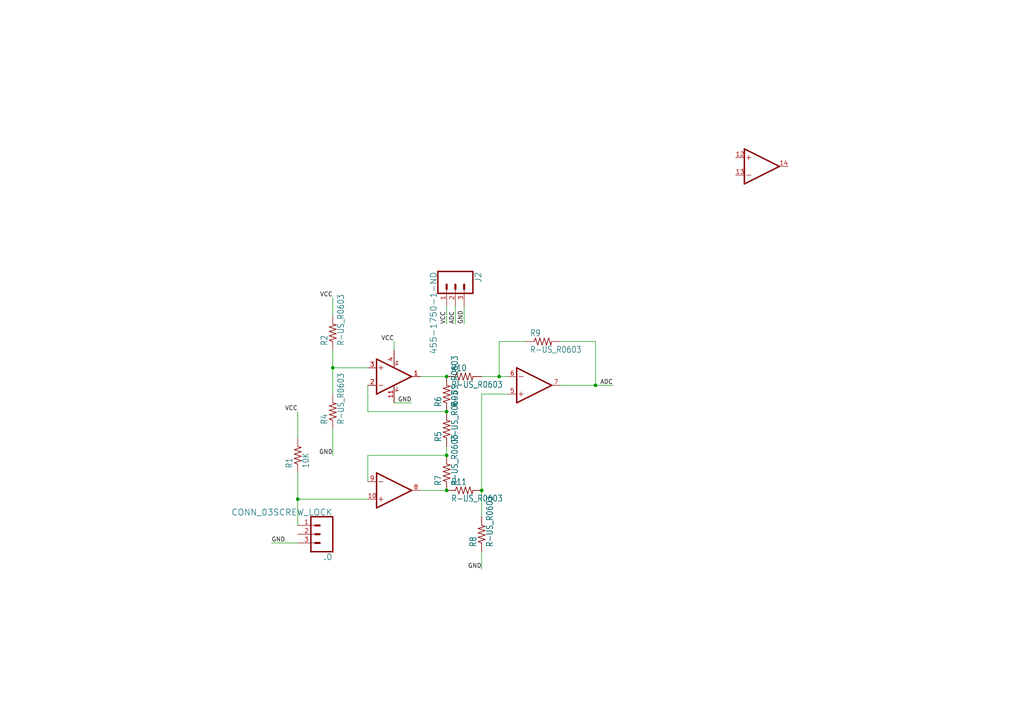
<source format=kicad_sch>
(kicad_sch (version 20220622) (generator eeschema)
  (paper "A4")
  (lib_symbols
    (symbol "Temp Sensor B-eagle-import:CONN_03"
      (property "Reference" "J" (at -2.54 5.588 0))
      (property "Value" "CONN_03" (at -2.54 -7.366 0))
      (symbol "CONN_03_1_0"
        (polyline (pts (xy -2.54 5.08) (xy -2.54 -5.08)) (stroke (width 0.4064)))
        (polyline (pts (xy -2.54 5.08) (xy 3.81 5.08)) (stroke (width 0.4064)))
        (polyline (pts (xy 1.27 -2.54) (xy 2.54 -2.54)) (stroke (width 0.6096)))
        (polyline (pts (xy 1.27 0) (xy 2.54 0)) (stroke (width 0.6096)))
        (polyline (pts (xy 1.27 2.54) (xy 2.54 2.54)) (stroke (width 0.6096)))
        (polyline (pts (xy 3.81 -5.08) (xy -2.54 -5.08)) (stroke (width 0.4064)))
        (polyline (pts (xy 3.81 -5.08) (xy 3.81 5.08)) (stroke (width 0.4064)))
        (pin passive line (at 7.62 -2.54 180) (length 5.08) (name "1") (number "1"))
        (pin passive line (at 7.62 0 180) (length 5.08) (name "2") (number "2"))
        (pin passive line (at 7.62 2.54 180) (length 5.08) (name "3") (number "3"))
      )
    )
    (symbol "Temp Sensor B-eagle-import:CONN_03SCREW_LOCK"
      (property "Reference" "J" (at -2.54 5.588 0))
      (property "Value" "CONN_03SCREW_LOCK" (at -2.54 -7.366 0))
      (symbol "CONN_03SCREW_LOCK_1_0"
        (polyline (pts (xy -2.54 5.08) (xy -2.54 -5.08)) (stroke (width 0.4064)))
        (polyline (pts (xy -2.54 5.08) (xy 3.81 5.08)) (stroke (width 0.4064)))
        (polyline (pts (xy 1.27 -2.54) (xy 2.54 -2.54)) (stroke (width 0.6096)))
        (polyline (pts (xy 1.27 0) (xy 2.54 0)) (stroke (width 0.6096)))
        (polyline (pts (xy 1.27 2.54) (xy 2.54 2.54)) (stroke (width 0.6096)))
        (polyline (pts (xy 3.81 -5.08) (xy -2.54 -5.08)) (stroke (width 0.4064)))
        (polyline (pts (xy 3.81 -5.08) (xy 3.81 5.08)) (stroke (width 0.4064)))
        (pin passive line (at 7.62 -2.54 180) (length 5.08) (name "1") (number "1"))
        (pin passive line (at 7.62 0 180) (length 5.08) (name "2") (number "2"))
        (pin passive line (at 7.62 2.54 180) (length 5.08) (name "3") (number "3"))
      )
    )
    (symbol "Temp Sensor B-eagle-import:MCP604SL"
      (symbol "MCP604SL_1_0"
        (polyline (pts (xy -5.08 -5.08) (xy 5.08 0)) (stroke (width 0.4064)))
        (polyline (pts (xy -5.08 5.08) (xy -5.08 -5.08)) (stroke (width 0.4064)))
        (polyline (pts (xy -4.445 -2.54) (xy -3.175 -2.54)) (stroke (width 0.1524)))
        (polyline (pts (xy -4.445 2.54) (xy -3.175 2.54)) (stroke (width 0.1524)))
        (polyline (pts (xy -3.81 3.175) (xy -3.81 1.905)) (stroke (width 0.1524)))
        (polyline (pts (xy 5.08 0) (xy -5.08 5.08)) (stroke (width 0.4064)))
        (pin output line (at 7.62 0 180) (length 2.54) (name "OUT") (number "1"))
        (pin input line (at -7.62 -2.54 0) (length 2.54) (name "-IN") (number "2"))
        (pin input line (at -7.62 2.54 0) (length 2.54) (name "+IN") (number "3"))
      )
      (symbol "MCP604SL_2_0"
        (polyline (pts (xy -5.08 -5.08) (xy 5.08 0)) (stroke (width 0.4064)))
        (polyline (pts (xy -5.08 5.08) (xy -5.08 -5.08)) (stroke (width 0.4064)))
        (polyline (pts (xy -4.445 -2.54) (xy -3.175 -2.54)) (stroke (width 0.1524)))
        (polyline (pts (xy -4.445 2.54) (xy -3.175 2.54)) (stroke (width 0.1524)))
        (polyline (pts (xy -3.81 3.175) (xy -3.81 1.905)) (stroke (width 0.1524)))
        (polyline (pts (xy 5.08 0) (xy -5.08 5.08)) (stroke (width 0.4064)))
        (pin input line (at -7.62 2.54 0) (length 2.54) (name "+IN") (number "5"))
        (pin input line (at -7.62 -2.54 0) (length 2.54) (name "-IN") (number "6"))
        (pin output line (at 7.62 0 180) (length 2.54) (name "OUT") (number "7"))
      )
      (symbol "MCP604SL_3_0"
        (polyline (pts (xy -5.08 -5.08) (xy 5.08 0)) (stroke (width 0.4064)))
        (polyline (pts (xy -5.08 5.08) (xy -5.08 -5.08)) (stroke (width 0.4064)))
        (polyline (pts (xy -4.445 -2.54) (xy -3.175 -2.54)) (stroke (width 0.1524)))
        (polyline (pts (xy -4.445 2.54) (xy -3.175 2.54)) (stroke (width 0.1524)))
        (polyline (pts (xy -3.81 3.175) (xy -3.81 1.905)) (stroke (width 0.1524)))
        (polyline (pts (xy 5.08 0) (xy -5.08 5.08)) (stroke (width 0.4064)))
        (pin input line (at -7.62 2.54 0) (length 2.54) (name "+IN") (number "10"))
        (pin output line (at 7.62 0 180) (length 2.54) (name "OUT") (number "8"))
        (pin input line (at -7.62 -2.54 0) (length 2.54) (name "-IN") (number "9"))
      )
      (symbol "MCP604SL_4_0"
        (polyline (pts (xy -5.08 -5.08) (xy 5.08 0)) (stroke (width 0.4064)))
        (polyline (pts (xy -5.08 5.08) (xy -5.08 -5.08)) (stroke (width 0.4064)))
        (polyline (pts (xy -4.445 -2.54) (xy -3.175 -2.54)) (stroke (width 0.1524)))
        (polyline (pts (xy -4.445 2.54) (xy -3.175 2.54)) (stroke (width 0.1524)))
        (polyline (pts (xy -3.81 3.175) (xy -3.81 1.905)) (stroke (width 0.1524)))
        (polyline (pts (xy 5.08 0) (xy -5.08 5.08)) (stroke (width 0.4064)))
        (pin input line (at -7.62 2.54 0) (length 2.54) (name "+IN") (number "12"))
        (pin input line (at -7.62 -2.54 0) (length 2.54) (name "-IN") (number "13"))
        (pin output line (at 7.62 0 180) (length 2.54) (name "OUT") (number "14"))
      )
      (symbol "MCP604SL_5_0"
        (text "V+" (at 1.27 3.175 900) (effects (font (size 0.8128 0.6908)) (justify left bottom)))
        (text "V-" (at 1.27 -4.445 900) (effects (font (size 0.8128 0.6908)) (justify left bottom)))
        (pin power_in line (at 0 -7.62 90) (length 5.08) (name "V-") (number "11"))
        (pin power_in line (at 0 7.62 270) (length 5.08) (name "V+") (number "4"))
      )
    )
    (symbol "Temp Sensor B-eagle-import:R-US_R0603"
      (property "Reference" "R" (at -3.81 1.4986 0))
      (property "Value" "R-US_R0603" (at -3.81 -3.302 0))
      (symbol "R-US_R0603_1_0"
        (polyline (pts (xy -2.54 0) (xy -2.159 1.016)) (stroke (width 0.2032)))
        (polyline (pts (xy -2.159 1.016) (xy -1.524 -1.016)) (stroke (width 0.2032)))
        (polyline (pts (xy -1.524 -1.016) (xy -0.889 1.016)) (stroke (width 0.2032)))
        (polyline (pts (xy -0.889 1.016) (xy -0.254 -1.016)) (stroke (width 0.2032)))
        (polyline (pts (xy -0.254 -1.016) (xy 0.381 1.016)) (stroke (width 0.2032)))
        (polyline (pts (xy 0.381 1.016) (xy 1.016 -1.016)) (stroke (width 0.2032)))
        (polyline (pts (xy 1.016 -1.016) (xy 1.651 1.016)) (stroke (width 0.2032)))
        (polyline (pts (xy 1.651 1.016) (xy 2.286 -1.016)) (stroke (width 0.2032)))
        (polyline (pts (xy 2.286 -1.016) (xy 2.54 0)) (stroke (width 0.2032)))
        (pin passive line (at -5.08 0 0) (length 2.54) (name "1") (number "1"))
        (pin passive line (at 5.08 0 180) (length 2.54) (name "2") (number "2"))
      )
    )
  )
  (junction (at 172.72 111.76))
  (junction (at 129.54 109.22))
  (junction (at 129.54 132.08))
  (junction (at 96.52 106.68))
  (junction (at 129.54 119.38))
  (junction (at 144.78 109.22))
  (junction (at 139.7 142.24))
  (junction (at 129.54 142.24))
  (junction (at 86.36 144.78))
  (wire (pts (xy 139.7 109.22) (xy 144.78 109.22)))
  (wire (pts (xy 114.3 101.6) (xy 114.3 99.06)))
  (wire (pts (xy 106.68 111.76) (xy 106.68 119.38)))
  (wire (pts (xy 86.36 127) (xy 86.36 119.38)))
  (wire (pts (xy 129.54 88.9) (xy 129.54 93.98)))
  (wire (pts (xy 106.68 106.68) (xy 96.52 106.68)))
  (wire (pts (xy 129.54 109.22) (xy 121.92 109.22)))
  (wire (pts (xy 86.36 157.48) (xy 78.74 157.48)))
  (wire (pts (xy 144.78 109.22) (xy 147.32 109.22)))
  (wire (pts (xy 106.68 139.7) (xy 106.68 132.08)))
  (wire (pts (xy 96.52 106.68) (xy 96.52 114.3)))
  (wire (pts (xy 139.7 149.86) (xy 139.7 142.24)))
  (wire (pts (xy 106.68 144.78) (xy 86.36 144.78)))
  (wire (pts (xy 139.7 114.3) (xy 147.32 114.3)))
  (wire (pts (xy 106.68 119.38) (xy 129.54 119.38)))
  (wire (pts (xy 144.78 99.06) (xy 144.78 109.22)))
  (wire (pts (xy 96.52 91.44) (xy 96.52 86.36)))
  (wire (pts (xy 172.72 111.76) (xy 162.56 111.76)))
  (wire (pts (xy 172.72 111.76) (xy 177.8 111.76)))
  (wire (pts (xy 129.54 132.08) (xy 129.54 129.54)))
  (wire (pts (xy 114.3 116.84) (xy 119.38 116.84)))
  (wire (pts (xy 132.08 88.9) (xy 132.08 93.98)))
  (wire (pts (xy 134.62 88.9) (xy 134.62 93.98)))
  (wire (pts (xy 162.56 99.06) (xy 172.72 99.06)))
  (wire (pts (xy 139.7 142.24) (xy 139.7 114.3)))
  (wire (pts (xy 96.52 101.6) (xy 96.52 106.68)))
  (wire (pts (xy 86.36 152.4) (xy 86.36 144.78)))
  (wire (pts (xy 152.4 99.06) (xy 144.78 99.06)))
  (wire (pts (xy 172.72 99.06) (xy 172.72 111.76)))
  (wire (pts (xy 96.52 124.46) (xy 96.52 132.08)))
  (wire (pts (xy 121.92 142.24) (xy 129.54 142.24)))
  (wire (pts (xy 106.68 132.08) (xy 129.54 132.08)))
  (wire (pts (xy 86.36 137.16) (xy 86.36 144.78)))
  (wire (pts (xy 139.7 160.02) (xy 139.7 165.1)))
  (label "GND" (at 134.62 93.98 90) (effects (font (size 1.2446 1.2446))))
  (label "ADC" (at 132.08 93.98 90) (effects (font (size 1.2446 1.2446))))
  (label "VCC" (at 129.54 93.98 90) (effects (font (size 1.2446 1.2446))))
  (label "GND" (at 78.74 157.48 0) (effects (font (size 1.2446 1.2446))))
  (label "VCC" (at 86.36 119.38 180) (effects (font (size 1.2446 1.2446))))
  (label "GND" (at 139.7 165.1 180) (effects (font (size 1.2446 1.2446))))
  (label "GND" (at 119.38 116.84 180) (effects (font (size 1.2446 1.2446))))
  (label "ADC" (at 177.8 111.76 180) (effects (font (size 1.2446 1.2446))))
  (label "VCC" (at 96.52 86.36 180) (effects (font (size 1.2446 1.2446))))
  (label "GND" (at 96.52 132.08 180) (effects (font (size 1.2446 1.2446))))
  (label "VCC" (at 114.3 99.06 180) (effects (font (size 1.2446 1.2446))))
  (symbol (lib_id "Temp Sensor B-eagle-import:R-US_R0603") (at 96.52 119.38 90) (unit 1)
    (default_instance (reference "U") (unit 1) (value "") (footprint ""))
    (property "Reference" "R4" (at 95.0214 123.19 0) (effects (font (size 1.778 1.5113)) (justify left bottom)))
    (property "Value" "R-US_R0603" (at 99.822 123.19 0) (effects (font (size 1.778 1.5113)) (justify left bottom)))
    (property "Footprint" "Temp Sensor B:R0603" (effects hide))
  )
  (symbol (lib_id "Temp Sensor B-eagle-import:R-US_R0603") (at 86.36 132.08 90) (unit 1)
    (default_instance (reference "U") (unit 1) (value "") (footprint ""))
    (property "Reference" "R1" (at 84.8614 135.89 0) (effects (font (size 1.778 1.5113)) (justify left bottom)))
    (property "Value" "10K" (at 89.662 135.89 0) (effects (font (size 1.778 1.5113)) (justify left bottom)))
    (property "Footprint" "Temp Sensor B:R0603" (effects hide))
  )
  (symbol (lib_id "Temp Sensor B-eagle-import:R-US_R0603") (at 96.52 96.52 90) (unit 1)
    (default_instance (reference "U") (unit 1) (value "") (footprint ""))
    (property "Reference" "R2" (at 95.0214 100.33 0) (effects (font (size 1.778 1.5113)) (justify left bottom)))
    (property "Value" "R-US_R0603" (at 99.822 100.33 0) (effects (font (size 1.778 1.5113)) (justify left bottom)))
    (property "Footprint" "Temp Sensor B:R0603" (effects hide))
  )
  (symbol (lib_id "Temp Sensor B-eagle-import:R-US_R0603") (at 134.62 109.22 0) (unit 1)
    (default_instance (reference "U") (unit 1) (value "") (footprint ""))
    (property "Reference" "R10" (at 130.81 107.7214 0) (effects (font (size 1.778 1.5113)) (justify left bottom)))
    (property "Value" "R-US_R0603" (at 130.81 112.522 0) (effects (font (size 1.778 1.5113)) (justify left bottom)))
    (property "Footprint" "Temp Sensor B:R0603" (effects hide))
  )
  (symbol (lib_id "Temp Sensor B-eagle-import:R-US_R0603") (at 134.62 142.24 0) (unit 1)
    (default_instance (reference "U") (unit 1) (value "") (footprint ""))
    (property "Reference" "R11" (at 130.81 140.7414 0) (effects (font (size 1.778 1.5113)) (justify left bottom)))
    (property "Value" "R-US_R0603" (at 130.81 145.542 0) (effects (font (size 1.778 1.5113)) (justify left bottom)))
    (property "Footprint" "Temp Sensor B:R0603" (effects hide))
  )
  (symbol (lib_id "Temp Sensor B-eagle-import:CONN_03SCREW_LOCK") (at 93.98 154.94 180) (unit 1)
    (default_instance (reference "U") (unit 1) (value "") (footprint ""))
    (property "Reference" ".0" (at 96.52 160.528 0) (effects (font (size 1.778 1.778)) (justify left bottom)))
    (property "Value" "CONN_03SCREW_LOCK" (at 96.52 147.574 0) (effects (font (size 1.778 1.778)) (justify left bottom)))
    (property "Footprint" "Temp Sensor B:SCREWTERMINAL-3.5MM-3_LOCK.007S" (effects hide))
  )
  (symbol (lib_id "Temp Sensor B-eagle-import:MCP604SL") (at 114.3 109.22 0) (unit 1)
    (default_instance (reference "U") (unit 1) (value "") (footprint ""))
    (property "Reference" "IC1" (effects hide))
    (property "Value" "MCP604SL" (effects hide))
    (property "Footprint" "Temp Sensor B:SO14" (effects hide))
  )
  (symbol (lib_id "Temp Sensor B-eagle-import:R-US_R0603") (at 139.7 154.94 90) (unit 1)
    (default_instance (reference "U") (unit 1) (value "") (footprint ""))
    (property "Reference" "R8" (at 138.2014 158.75 0) (effects (font (size 1.778 1.5113)) (justify left bottom)))
    (property "Value" "R-US_R0603" (at 143.002 158.75 0) (effects (font (size 1.778 1.5113)) (justify left bottom)))
    (property "Footprint" "Temp Sensor B:R0603" (effects hide))
  )
  (symbol (lib_id "Temp Sensor B-eagle-import:R-US_R0603") (at 157.48 99.06 0) (unit 1)
    (default_instance (reference "U") (unit 1) (value "") (footprint ""))
    (property "Reference" "R9" (at 153.67 97.5614 0) (effects (font (size 1.778 1.5113)) (justify left bottom)))
    (property "Value" "R-US_R0603" (at 153.67 102.362 0) (effects (font (size 1.778 1.5113)) (justify left bottom)))
    (property "Footprint" "Temp Sensor B:R0603" (effects hide))
  )
  (symbol (lib_id "Temp Sensor B-eagle-import:MCP604SL") (at 114.3 142.24 0) (mirror x) (unit 3)
    (default_instance (reference "U") (unit 1) (value "") (footprint ""))
    (property "Reference" "IC1" (effects hide))
    (property "Value" "MCP604SL" (effects hide))
    (property "Footprint" "Temp Sensor B:SO14" (effects hide))
  )
  (symbol (lib_id "Temp Sensor B-eagle-import:R-US_R0603") (at 129.54 137.16 90) (unit 1)
    (default_instance (reference "U") (unit 1) (value "") (footprint ""))
    (property "Reference" "R7" (at 128.0414 140.97 0) (effects (font (size 1.778 1.5113)) (justify left bottom)))
    (property "Value" "R-US_R0603" (at 132.842 140.97 0) (effects (font (size 1.778 1.5113)) (justify left bottom)))
    (property "Footprint" "Temp Sensor B:R0603" (effects hide))
  )
  (symbol (lib_id "Temp Sensor B-eagle-import:MCP604SL") (at 154.94 111.76 0) (mirror x) (unit 2)
    (default_instance (reference "U") (unit 1) (value "") (footprint ""))
    (property "Reference" "IC1" (effects hide))
    (property "Value" "MCP604SL" (effects hide))
    (property "Footprint" "Temp Sensor B:SO14" (effects hide))
  )
  (symbol (lib_id "Temp Sensor B-eagle-import:R-US_R0603") (at 129.54 114.3 90) (unit 1)
    (default_instance (reference "U") (unit 1) (value "") (footprint ""))
    (property "Reference" "R6" (at 128.0414 118.11 0) (effects (font (size 1.778 1.5113)) (justify left bottom)))
    (property "Value" "R-US_R0603" (at 132.842 118.11 0) (effects (font (size 1.778 1.5113)) (justify left bottom)))
    (property "Footprint" "Temp Sensor B:R0603" (effects hide))
  )
  (symbol (lib_id "Temp Sensor B-eagle-import:CONN_03") (at 132.08 81.28 270) (unit 1)
    (default_instance (reference "U") (unit 1) (value "") (footprint ""))
    (property "Reference" "J2" (at 137.668 78.74 0) (effects (font (size 1.778 1.778)) (justify left bottom)))
    (property "Value" "455-1750-1-ND" (at 124.714 78.74 0) (effects (font (size 1.778 1.778)) (justify left bottom)))
    (property "Footprint" "Temp Sensor B:1X03" (effects hide))
  )
  (symbol (lib_id "Temp Sensor B-eagle-import:MCP604SL") (at 114.3 109.22 0) (unit 5)
    (default_instance (reference "U") (unit 1) (value "") (footprint ""))
    (property "Reference" "IC1" (effects hide))
    (property "Value" "MCP604SL" (effects hide))
    (property "Footprint" "Temp Sensor B:SO14" (effects hide))
  )
  (symbol (lib_id "Temp Sensor B-eagle-import:R-US_R0603") (at 129.54 124.46 90) (unit 1)
    (default_instance (reference "U") (unit 1) (value "") (footprint ""))
    (property "Reference" "R5" (at 128.0414 128.27 0) (effects (font (size 1.778 1.5113)) (justify left bottom)))
    (property "Value" "R-US_R0603" (at 132.842 128.27 0) (effects (font (size 1.778 1.5113)) (justify left bottom)))
    (property "Footprint" "Temp Sensor B:R0603" (effects hide))
  )
  (symbol (lib_id "Temp Sensor B-eagle-import:MCP604SL") (at 220.98 48.26 0) (unit 4)
    (default_instance (reference "U") (unit 1) (value "") (footprint ""))
    (property "Reference" "IC1" (effects hide))
    (property "Value" "MCP604SL" (effects hide))
    (property "Footprint" "Temp Sensor B:SO14" (effects hide))
  )
)
</source>
